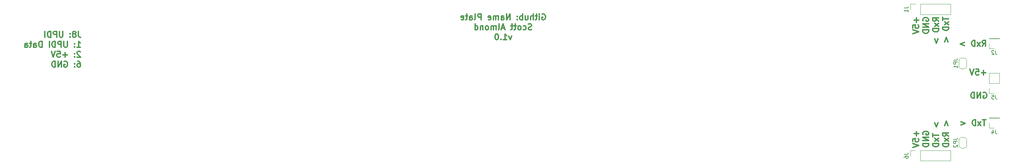
<source format=gbr>
G04 #@! TF.GenerationSoftware,KiCad,Pcbnew,(5.1.5)-3*
G04 #@! TF.CreationDate,2020-07-15T05:41:28-07:00*
G04 #@! TF.ProjectId,pcb,7063622e-6b69-4636-9164-5f7063625858,rev?*
G04 #@! TF.SameCoordinates,Original*
G04 #@! TF.FileFunction,Legend,Bot*
G04 #@! TF.FilePolarity,Positive*
%FSLAX46Y46*%
G04 Gerber Fmt 4.6, Leading zero omitted, Abs format (unit mm)*
G04 Created by KiCad (PCBNEW (5.1.5)-3) date 2020-07-15 05:41:28*
%MOMM*%
%LPD*%
G04 APERTURE LIST*
%ADD10C,0.300000*%
%ADD11C,0.120000*%
%ADD12C,0.150000*%
G04 APERTURE END LIST*
D10*
X257775142Y-108874714D02*
X257775142Y-110017571D01*
X258346571Y-109446142D02*
X257203714Y-109446142D01*
X256846571Y-111446142D02*
X256846571Y-110731857D01*
X257560857Y-110660428D01*
X257489428Y-110731857D01*
X257418000Y-110874714D01*
X257418000Y-111231857D01*
X257489428Y-111374714D01*
X257560857Y-111446142D01*
X257703714Y-111517571D01*
X258060857Y-111517571D01*
X258203714Y-111446142D01*
X258275142Y-111374714D01*
X258346571Y-111231857D01*
X258346571Y-110874714D01*
X258275142Y-110731857D01*
X258203714Y-110660428D01*
X256846571Y-111946142D02*
X258346571Y-112446142D01*
X256846571Y-112946142D01*
X259468000Y-109660428D02*
X259396571Y-109517571D01*
X259396571Y-109303285D01*
X259468000Y-109089000D01*
X259610857Y-108946142D01*
X259753714Y-108874714D01*
X260039428Y-108803285D01*
X260253714Y-108803285D01*
X260539428Y-108874714D01*
X260682285Y-108946142D01*
X260825142Y-109089000D01*
X260896571Y-109303285D01*
X260896571Y-109446142D01*
X260825142Y-109660428D01*
X260753714Y-109731857D01*
X260253714Y-109731857D01*
X260253714Y-109446142D01*
X260896571Y-110374714D02*
X259396571Y-110374714D01*
X260896571Y-111231857D01*
X259396571Y-111231857D01*
X260896571Y-111946142D02*
X259396571Y-111946142D01*
X259396571Y-112303285D01*
X259468000Y-112517571D01*
X259610857Y-112660428D01*
X259753714Y-112731857D01*
X260039428Y-112803285D01*
X260253714Y-112803285D01*
X260539428Y-112731857D01*
X260682285Y-112660428D01*
X260825142Y-112517571D01*
X260896571Y-112303285D01*
X260896571Y-111946142D01*
X262446571Y-106589000D02*
X262875142Y-107731857D01*
X263303714Y-106589000D01*
X261946571Y-109374714D02*
X261946571Y-110231857D01*
X263446571Y-109803285D02*
X261946571Y-109803285D01*
X263446571Y-110589000D02*
X262446571Y-111374714D01*
X262446571Y-110589000D02*
X263446571Y-111374714D01*
X263446571Y-111946142D02*
X261946571Y-111946142D01*
X261946571Y-112303285D01*
X262018000Y-112517571D01*
X262160857Y-112660428D01*
X262303714Y-112731857D01*
X262589428Y-112803285D01*
X262803714Y-112803285D01*
X263089428Y-112731857D01*
X263232285Y-112660428D01*
X263375142Y-112517571D01*
X263446571Y-112303285D01*
X263446571Y-111946142D01*
X264996571Y-107374714D02*
X265425142Y-106231857D01*
X265853714Y-107374714D01*
X265996571Y-110089000D02*
X265282285Y-109589000D01*
X265996571Y-109231857D02*
X264496571Y-109231857D01*
X264496571Y-109803285D01*
X264568000Y-109946142D01*
X264639428Y-110017571D01*
X264782285Y-110089000D01*
X264996571Y-110089000D01*
X265139428Y-110017571D01*
X265210857Y-109946142D01*
X265282285Y-109803285D01*
X265282285Y-109231857D01*
X265996571Y-110589000D02*
X264996571Y-111374714D01*
X264996571Y-110589000D02*
X265996571Y-111374714D01*
X265996571Y-111946142D02*
X264496571Y-111946142D01*
X264496571Y-112303285D01*
X264568000Y-112517571D01*
X264710857Y-112660428D01*
X264853714Y-112731857D01*
X265139428Y-112803285D01*
X265353714Y-112803285D01*
X265639428Y-112731857D01*
X265782285Y-112660428D01*
X265925142Y-112517571D01*
X265996571Y-112303285D01*
X265996571Y-111946142D01*
X257775142Y-79800142D02*
X257775142Y-80943000D01*
X258346571Y-80371571D02*
X257203714Y-80371571D01*
X256846571Y-82371571D02*
X256846571Y-81657285D01*
X257560857Y-81585857D01*
X257489428Y-81657285D01*
X257418000Y-81800142D01*
X257418000Y-82157285D01*
X257489428Y-82300142D01*
X257560857Y-82371571D01*
X257703714Y-82443000D01*
X258060857Y-82443000D01*
X258203714Y-82371571D01*
X258275142Y-82300142D01*
X258346571Y-82157285D01*
X258346571Y-81800142D01*
X258275142Y-81657285D01*
X258203714Y-81585857D01*
X256846571Y-82871571D02*
X258346571Y-83371571D01*
X256846571Y-83871571D01*
X259468000Y-80585857D02*
X259396571Y-80443000D01*
X259396571Y-80228714D01*
X259468000Y-80014428D01*
X259610857Y-79871571D01*
X259753714Y-79800142D01*
X260039428Y-79728714D01*
X260253714Y-79728714D01*
X260539428Y-79800142D01*
X260682285Y-79871571D01*
X260825142Y-80014428D01*
X260896571Y-80228714D01*
X260896571Y-80371571D01*
X260825142Y-80585857D01*
X260753714Y-80657285D01*
X260253714Y-80657285D01*
X260253714Y-80371571D01*
X260896571Y-81300142D02*
X259396571Y-81300142D01*
X260896571Y-82157285D01*
X259396571Y-82157285D01*
X260896571Y-82871571D02*
X259396571Y-82871571D01*
X259396571Y-83228714D01*
X259468000Y-83443000D01*
X259610857Y-83585857D01*
X259753714Y-83657285D01*
X260039428Y-83728714D01*
X260253714Y-83728714D01*
X260539428Y-83657285D01*
X260682285Y-83585857D01*
X260825142Y-83443000D01*
X260896571Y-83228714D01*
X260896571Y-82871571D01*
X263446571Y-80657285D02*
X262732285Y-80157285D01*
X263446571Y-79800142D02*
X261946571Y-79800142D01*
X261946571Y-80371571D01*
X262018000Y-80514428D01*
X262089428Y-80585857D01*
X262232285Y-80657285D01*
X262446571Y-80657285D01*
X262589428Y-80585857D01*
X262660857Y-80514428D01*
X262732285Y-80371571D01*
X262732285Y-79800142D01*
X263446571Y-81157285D02*
X262446571Y-81943000D01*
X262446571Y-81157285D02*
X263446571Y-81943000D01*
X263446571Y-82514428D02*
X261946571Y-82514428D01*
X261946571Y-82871571D01*
X262018000Y-83085857D01*
X262160857Y-83228714D01*
X262303714Y-83300142D01*
X262589428Y-83371571D01*
X262803714Y-83371571D01*
X263089428Y-83300142D01*
X263232285Y-83228714D01*
X263375142Y-83085857D01*
X263446571Y-82871571D01*
X263446571Y-82514428D01*
X262446571Y-85157285D02*
X262875142Y-86300142D01*
X263303714Y-85157285D01*
X264496571Y-79585857D02*
X264496571Y-80443000D01*
X265996571Y-80014428D02*
X264496571Y-80014428D01*
X265996571Y-80800142D02*
X264996571Y-81585857D01*
X264996571Y-80800142D02*
X265996571Y-81585857D01*
X265996571Y-82157285D02*
X264496571Y-82157285D01*
X264496571Y-82514428D01*
X264568000Y-82728714D01*
X264710857Y-82871571D01*
X264853714Y-82943000D01*
X265139428Y-83014428D01*
X265353714Y-83014428D01*
X265639428Y-82943000D01*
X265782285Y-82871571D01*
X265925142Y-82728714D01*
X265996571Y-82514428D01*
X265996571Y-82157285D01*
X264996571Y-85943000D02*
X265425142Y-84800142D01*
X265853714Y-85943000D01*
X44104285Y-83237571D02*
X44104285Y-84309000D01*
X44175714Y-84523285D01*
X44318571Y-84666142D01*
X44532857Y-84737571D01*
X44675714Y-84737571D01*
X43175714Y-83880428D02*
X43318571Y-83809000D01*
X43390000Y-83737571D01*
X43461428Y-83594714D01*
X43461428Y-83523285D01*
X43390000Y-83380428D01*
X43318571Y-83309000D01*
X43175714Y-83237571D01*
X42890000Y-83237571D01*
X42747142Y-83309000D01*
X42675714Y-83380428D01*
X42604285Y-83523285D01*
X42604285Y-83594714D01*
X42675714Y-83737571D01*
X42747142Y-83809000D01*
X42890000Y-83880428D01*
X43175714Y-83880428D01*
X43318571Y-83951857D01*
X43390000Y-84023285D01*
X43461428Y-84166142D01*
X43461428Y-84451857D01*
X43390000Y-84594714D01*
X43318571Y-84666142D01*
X43175714Y-84737571D01*
X42890000Y-84737571D01*
X42747142Y-84666142D01*
X42675714Y-84594714D01*
X42604285Y-84451857D01*
X42604285Y-84166142D01*
X42675714Y-84023285D01*
X42747142Y-83951857D01*
X42890000Y-83880428D01*
X41961428Y-84594714D02*
X41890000Y-84666142D01*
X41961428Y-84737571D01*
X42032857Y-84666142D01*
X41961428Y-84594714D01*
X41961428Y-84737571D01*
X41961428Y-83809000D02*
X41890000Y-83880428D01*
X41961428Y-83951857D01*
X42032857Y-83880428D01*
X41961428Y-83809000D01*
X41961428Y-83951857D01*
X40104285Y-83237571D02*
X40104285Y-84451857D01*
X40032857Y-84594714D01*
X39961428Y-84666142D01*
X39818571Y-84737571D01*
X39532857Y-84737571D01*
X39390000Y-84666142D01*
X39318571Y-84594714D01*
X39247142Y-84451857D01*
X39247142Y-83237571D01*
X38532857Y-84737571D02*
X38532857Y-83237571D01*
X37961428Y-83237571D01*
X37818571Y-83309000D01*
X37747142Y-83380428D01*
X37675714Y-83523285D01*
X37675714Y-83737571D01*
X37747142Y-83880428D01*
X37818571Y-83951857D01*
X37961428Y-84023285D01*
X38532857Y-84023285D01*
X37032857Y-84737571D02*
X37032857Y-83237571D01*
X36675714Y-83237571D01*
X36461428Y-83309000D01*
X36318571Y-83451857D01*
X36247142Y-83594714D01*
X36175714Y-83880428D01*
X36175714Y-84094714D01*
X36247142Y-84380428D01*
X36318571Y-84523285D01*
X36461428Y-84666142D01*
X36675714Y-84737571D01*
X37032857Y-84737571D01*
X35532857Y-84737571D02*
X35532857Y-83237571D01*
X43747142Y-87287571D02*
X44604285Y-87287571D01*
X44175714Y-87287571D02*
X44175714Y-85787571D01*
X44318571Y-86001857D01*
X44461428Y-86144714D01*
X44604285Y-86216142D01*
X43104285Y-87144714D02*
X43032857Y-87216142D01*
X43104285Y-87287571D01*
X43175714Y-87216142D01*
X43104285Y-87144714D01*
X43104285Y-87287571D01*
X43104285Y-86359000D02*
X43032857Y-86430428D01*
X43104285Y-86501857D01*
X43175714Y-86430428D01*
X43104285Y-86359000D01*
X43104285Y-86501857D01*
X41247142Y-85787571D02*
X41247142Y-87001857D01*
X41175714Y-87144714D01*
X41104285Y-87216142D01*
X40961428Y-87287571D01*
X40675714Y-87287571D01*
X40532857Y-87216142D01*
X40461428Y-87144714D01*
X40390000Y-87001857D01*
X40390000Y-85787571D01*
X39675714Y-87287571D02*
X39675714Y-85787571D01*
X39104285Y-85787571D01*
X38961428Y-85859000D01*
X38890000Y-85930428D01*
X38818571Y-86073285D01*
X38818571Y-86287571D01*
X38890000Y-86430428D01*
X38961428Y-86501857D01*
X39104285Y-86573285D01*
X39675714Y-86573285D01*
X38175714Y-87287571D02*
X38175714Y-85787571D01*
X37818571Y-85787571D01*
X37604285Y-85859000D01*
X37461428Y-86001857D01*
X37390000Y-86144714D01*
X37318571Y-86430428D01*
X37318571Y-86644714D01*
X37390000Y-86930428D01*
X37461428Y-87073285D01*
X37604285Y-87216142D01*
X37818571Y-87287571D01*
X38175714Y-87287571D01*
X36675714Y-87287571D02*
X36675714Y-85787571D01*
X34818571Y-87287571D02*
X34818571Y-85787571D01*
X34461428Y-85787571D01*
X34247142Y-85859000D01*
X34104285Y-86001857D01*
X34032857Y-86144714D01*
X33961428Y-86430428D01*
X33961428Y-86644714D01*
X34032857Y-86930428D01*
X34104285Y-87073285D01*
X34247142Y-87216142D01*
X34461428Y-87287571D01*
X34818571Y-87287571D01*
X32675714Y-87287571D02*
X32675714Y-86501857D01*
X32747142Y-86359000D01*
X32890000Y-86287571D01*
X33175714Y-86287571D01*
X33318571Y-86359000D01*
X32675714Y-87216142D02*
X32818571Y-87287571D01*
X33175714Y-87287571D01*
X33318571Y-87216142D01*
X33390000Y-87073285D01*
X33390000Y-86930428D01*
X33318571Y-86787571D01*
X33175714Y-86716142D01*
X32818571Y-86716142D01*
X32675714Y-86644714D01*
X32175714Y-86287571D02*
X31604285Y-86287571D01*
X31961428Y-85787571D02*
X31961428Y-87073285D01*
X31890000Y-87216142D01*
X31747142Y-87287571D01*
X31604285Y-87287571D01*
X30461428Y-87287571D02*
X30461428Y-86501857D01*
X30532857Y-86359000D01*
X30675714Y-86287571D01*
X30961428Y-86287571D01*
X31104285Y-86359000D01*
X30461428Y-87216142D02*
X30604285Y-87287571D01*
X30961428Y-87287571D01*
X31104285Y-87216142D01*
X31175714Y-87073285D01*
X31175714Y-86930428D01*
X31104285Y-86787571D01*
X30961428Y-86716142D01*
X30604285Y-86716142D01*
X30461428Y-86644714D01*
X44604285Y-88480428D02*
X44532857Y-88409000D01*
X44390000Y-88337571D01*
X44032857Y-88337571D01*
X43890000Y-88409000D01*
X43818571Y-88480428D01*
X43747142Y-88623285D01*
X43747142Y-88766142D01*
X43818571Y-88980428D01*
X44675714Y-89837571D01*
X43747142Y-89837571D01*
X43104285Y-89694714D02*
X43032857Y-89766142D01*
X43104285Y-89837571D01*
X43175714Y-89766142D01*
X43104285Y-89694714D01*
X43104285Y-89837571D01*
X43104285Y-88909000D02*
X43032857Y-88980428D01*
X43104285Y-89051857D01*
X43175714Y-88980428D01*
X43104285Y-88909000D01*
X43104285Y-89051857D01*
X41247142Y-89266142D02*
X40104285Y-89266142D01*
X40675714Y-89837571D02*
X40675714Y-88694714D01*
X38675714Y-88337571D02*
X39390000Y-88337571D01*
X39461428Y-89051857D01*
X39390000Y-88980428D01*
X39247142Y-88909000D01*
X38890000Y-88909000D01*
X38747142Y-88980428D01*
X38675714Y-89051857D01*
X38604285Y-89194714D01*
X38604285Y-89551857D01*
X38675714Y-89694714D01*
X38747142Y-89766142D01*
X38890000Y-89837571D01*
X39247142Y-89837571D01*
X39390000Y-89766142D01*
X39461428Y-89694714D01*
X38175714Y-88337571D02*
X37675714Y-89837571D01*
X37175714Y-88337571D01*
X43890000Y-90887571D02*
X44175714Y-90887571D01*
X44318571Y-90959000D01*
X44390000Y-91030428D01*
X44532857Y-91244714D01*
X44604285Y-91530428D01*
X44604285Y-92101857D01*
X44532857Y-92244714D01*
X44461428Y-92316142D01*
X44318571Y-92387571D01*
X44032857Y-92387571D01*
X43890000Y-92316142D01*
X43818571Y-92244714D01*
X43747142Y-92101857D01*
X43747142Y-91744714D01*
X43818571Y-91601857D01*
X43890000Y-91530428D01*
X44032857Y-91459000D01*
X44318571Y-91459000D01*
X44461428Y-91530428D01*
X44532857Y-91601857D01*
X44604285Y-91744714D01*
X43104285Y-92244714D02*
X43032857Y-92316142D01*
X43104285Y-92387571D01*
X43175714Y-92316142D01*
X43104285Y-92244714D01*
X43104285Y-92387571D01*
X43104285Y-91459000D02*
X43032857Y-91530428D01*
X43104285Y-91601857D01*
X43175714Y-91530428D01*
X43104285Y-91459000D01*
X43104285Y-91601857D01*
X40461428Y-90959000D02*
X40604285Y-90887571D01*
X40818571Y-90887571D01*
X41032857Y-90959000D01*
X41175714Y-91101857D01*
X41247142Y-91244714D01*
X41318571Y-91530428D01*
X41318571Y-91744714D01*
X41247142Y-92030428D01*
X41175714Y-92173285D01*
X41032857Y-92316142D01*
X40818571Y-92387571D01*
X40675714Y-92387571D01*
X40461428Y-92316142D01*
X40390000Y-92244714D01*
X40390000Y-91744714D01*
X40675714Y-91744714D01*
X39747142Y-92387571D02*
X39747142Y-90887571D01*
X38890000Y-92387571D01*
X38890000Y-90887571D01*
X38175714Y-92387571D02*
X38175714Y-90887571D01*
X37818571Y-90887571D01*
X37604285Y-90959000D01*
X37461428Y-91101857D01*
X37390000Y-91244714D01*
X37318571Y-91530428D01*
X37318571Y-91744714D01*
X37390000Y-92030428D01*
X37461428Y-92173285D01*
X37604285Y-92316142D01*
X37818571Y-92387571D01*
X38175714Y-92387571D01*
X274827857Y-98945000D02*
X274970714Y-98873571D01*
X275185000Y-98873571D01*
X275399285Y-98945000D01*
X275542142Y-99087857D01*
X275613571Y-99230714D01*
X275685000Y-99516428D01*
X275685000Y-99730714D01*
X275613571Y-100016428D01*
X275542142Y-100159285D01*
X275399285Y-100302142D01*
X275185000Y-100373571D01*
X275042142Y-100373571D01*
X274827857Y-100302142D01*
X274756428Y-100230714D01*
X274756428Y-99730714D01*
X275042142Y-99730714D01*
X274113571Y-100373571D02*
X274113571Y-98873571D01*
X273256428Y-100373571D01*
X273256428Y-98873571D01*
X272542142Y-100373571D02*
X272542142Y-98873571D01*
X272185000Y-98873571D01*
X271970714Y-98945000D01*
X271827857Y-99087857D01*
X271756428Y-99230714D01*
X271685000Y-99516428D01*
X271685000Y-99730714D01*
X271756428Y-100016428D01*
X271827857Y-100159285D01*
X271970714Y-100302142D01*
X272185000Y-100373571D01*
X272542142Y-100373571D01*
X275486571Y-93833142D02*
X274343714Y-93833142D01*
X274915142Y-94404571D02*
X274915142Y-93261714D01*
X272915142Y-92904571D02*
X273629428Y-92904571D01*
X273700857Y-93618857D01*
X273629428Y-93547428D01*
X273486571Y-93476000D01*
X273129428Y-93476000D01*
X272986571Y-93547428D01*
X272915142Y-93618857D01*
X272843714Y-93761714D01*
X272843714Y-94118857D01*
X272915142Y-94261714D01*
X272986571Y-94333142D01*
X273129428Y-94404571D01*
X273486571Y-94404571D01*
X273629428Y-94333142D01*
X273700857Y-94261714D01*
X272415142Y-92904571D02*
X271915142Y-94404571D01*
X271415142Y-92904571D01*
X275446714Y-105858571D02*
X274589571Y-105858571D01*
X275018142Y-107358571D02*
X275018142Y-105858571D01*
X274232428Y-107358571D02*
X273446714Y-106358571D01*
X274232428Y-106358571D02*
X273446714Y-107358571D01*
X272875285Y-107358571D02*
X272875285Y-105858571D01*
X272518142Y-105858571D01*
X272303857Y-105930000D01*
X272161000Y-106072857D01*
X272089571Y-106215714D01*
X272018142Y-106501428D01*
X272018142Y-106715714D01*
X272089571Y-107001428D01*
X272161000Y-107144285D01*
X272303857Y-107287142D01*
X272518142Y-107358571D01*
X272875285Y-107358571D01*
X269089571Y-106358571D02*
X270232428Y-106787142D01*
X269089571Y-107215714D01*
X274553857Y-87038571D02*
X275053857Y-86324285D01*
X275411000Y-87038571D02*
X275411000Y-85538571D01*
X274839571Y-85538571D01*
X274696714Y-85610000D01*
X274625285Y-85681428D01*
X274553857Y-85824285D01*
X274553857Y-86038571D01*
X274625285Y-86181428D01*
X274696714Y-86252857D01*
X274839571Y-86324285D01*
X275411000Y-86324285D01*
X274053857Y-87038571D02*
X273268142Y-86038571D01*
X274053857Y-86038571D02*
X273268142Y-87038571D01*
X272696714Y-87038571D02*
X272696714Y-85538571D01*
X272339571Y-85538571D01*
X272125285Y-85610000D01*
X271982428Y-85752857D01*
X271911000Y-85895714D01*
X271839571Y-86181428D01*
X271839571Y-86395714D01*
X271911000Y-86681428D01*
X271982428Y-86824285D01*
X272125285Y-86967142D01*
X272339571Y-87038571D01*
X272696714Y-87038571D01*
X270053857Y-86038571D02*
X268911000Y-86467142D01*
X270053857Y-86895714D01*
X162328571Y-78869000D02*
X162471428Y-78797571D01*
X162685714Y-78797571D01*
X162900000Y-78869000D01*
X163042857Y-79011857D01*
X163114285Y-79154714D01*
X163185714Y-79440428D01*
X163185714Y-79654714D01*
X163114285Y-79940428D01*
X163042857Y-80083285D01*
X162900000Y-80226142D01*
X162685714Y-80297571D01*
X162542857Y-80297571D01*
X162328571Y-80226142D01*
X162257142Y-80154714D01*
X162257142Y-79654714D01*
X162542857Y-79654714D01*
X161614285Y-80297571D02*
X161614285Y-79297571D01*
X161614285Y-78797571D02*
X161685714Y-78869000D01*
X161614285Y-78940428D01*
X161542857Y-78869000D01*
X161614285Y-78797571D01*
X161614285Y-78940428D01*
X161114285Y-79297571D02*
X160542857Y-79297571D01*
X160900000Y-78797571D02*
X160900000Y-80083285D01*
X160828571Y-80226142D01*
X160685714Y-80297571D01*
X160542857Y-80297571D01*
X160042857Y-80297571D02*
X160042857Y-78797571D01*
X159400000Y-80297571D02*
X159400000Y-79511857D01*
X159471428Y-79369000D01*
X159614285Y-79297571D01*
X159828571Y-79297571D01*
X159971428Y-79369000D01*
X160042857Y-79440428D01*
X158042857Y-79297571D02*
X158042857Y-80297571D01*
X158685714Y-79297571D02*
X158685714Y-80083285D01*
X158614285Y-80226142D01*
X158471428Y-80297571D01*
X158257142Y-80297571D01*
X158114285Y-80226142D01*
X158042857Y-80154714D01*
X157328571Y-80297571D02*
X157328571Y-78797571D01*
X157328571Y-79369000D02*
X157185714Y-79297571D01*
X156900000Y-79297571D01*
X156757142Y-79369000D01*
X156685714Y-79440428D01*
X156614285Y-79583285D01*
X156614285Y-80011857D01*
X156685714Y-80154714D01*
X156757142Y-80226142D01*
X156900000Y-80297571D01*
X157185714Y-80297571D01*
X157328571Y-80226142D01*
X155971428Y-80154714D02*
X155900000Y-80226142D01*
X155971428Y-80297571D01*
X156042857Y-80226142D01*
X155971428Y-80154714D01*
X155971428Y-80297571D01*
X155971428Y-79369000D02*
X155900000Y-79440428D01*
X155971428Y-79511857D01*
X156042857Y-79440428D01*
X155971428Y-79369000D01*
X155971428Y-79511857D01*
X154114285Y-80297571D02*
X154114285Y-78797571D01*
X153257142Y-80297571D01*
X153257142Y-78797571D01*
X151900000Y-80297571D02*
X151900000Y-79511857D01*
X151971428Y-79369000D01*
X152114285Y-79297571D01*
X152400000Y-79297571D01*
X152542857Y-79369000D01*
X151900000Y-80226142D02*
X152042857Y-80297571D01*
X152400000Y-80297571D01*
X152542857Y-80226142D01*
X152614285Y-80083285D01*
X152614285Y-79940428D01*
X152542857Y-79797571D01*
X152400000Y-79726142D01*
X152042857Y-79726142D01*
X151900000Y-79654714D01*
X151185714Y-80297571D02*
X151185714Y-79297571D01*
X151185714Y-79440428D02*
X151114285Y-79369000D01*
X150971428Y-79297571D01*
X150757142Y-79297571D01*
X150614285Y-79369000D01*
X150542857Y-79511857D01*
X150542857Y-80297571D01*
X150542857Y-79511857D02*
X150471428Y-79369000D01*
X150328571Y-79297571D01*
X150114285Y-79297571D01*
X149971428Y-79369000D01*
X149900000Y-79511857D01*
X149900000Y-80297571D01*
X148614285Y-80226142D02*
X148757142Y-80297571D01*
X149042857Y-80297571D01*
X149185714Y-80226142D01*
X149257142Y-80083285D01*
X149257142Y-79511857D01*
X149185714Y-79369000D01*
X149042857Y-79297571D01*
X148757142Y-79297571D01*
X148614285Y-79369000D01*
X148542857Y-79511857D01*
X148542857Y-79654714D01*
X149257142Y-79797571D01*
X146757142Y-80297571D02*
X146757142Y-78797571D01*
X146185714Y-78797571D01*
X146042857Y-78869000D01*
X145971428Y-78940428D01*
X145900000Y-79083285D01*
X145900000Y-79297571D01*
X145971428Y-79440428D01*
X146042857Y-79511857D01*
X146185714Y-79583285D01*
X146757142Y-79583285D01*
X145042857Y-80297571D02*
X145185714Y-80226142D01*
X145257142Y-80083285D01*
X145257142Y-78797571D01*
X143828571Y-80297571D02*
X143828571Y-79511857D01*
X143900000Y-79369000D01*
X144042857Y-79297571D01*
X144328571Y-79297571D01*
X144471428Y-79369000D01*
X143828571Y-80226142D02*
X143971428Y-80297571D01*
X144328571Y-80297571D01*
X144471428Y-80226142D01*
X144542857Y-80083285D01*
X144542857Y-79940428D01*
X144471428Y-79797571D01*
X144328571Y-79726142D01*
X143971428Y-79726142D01*
X143828571Y-79654714D01*
X143328571Y-79297571D02*
X142757142Y-79297571D01*
X143114285Y-78797571D02*
X143114285Y-80083285D01*
X143042857Y-80226142D01*
X142900000Y-80297571D01*
X142757142Y-80297571D01*
X141685714Y-80226142D02*
X141828571Y-80297571D01*
X142114285Y-80297571D01*
X142257142Y-80226142D01*
X142328571Y-80083285D01*
X142328571Y-79511857D01*
X142257142Y-79369000D01*
X142114285Y-79297571D01*
X141828571Y-79297571D01*
X141685714Y-79369000D01*
X141614285Y-79511857D01*
X141614285Y-79654714D01*
X142328571Y-79797571D01*
X159650000Y-82776142D02*
X159435714Y-82847571D01*
X159078571Y-82847571D01*
X158935714Y-82776142D01*
X158864285Y-82704714D01*
X158792857Y-82561857D01*
X158792857Y-82419000D01*
X158864285Y-82276142D01*
X158935714Y-82204714D01*
X159078571Y-82133285D01*
X159364285Y-82061857D01*
X159507142Y-81990428D01*
X159578571Y-81919000D01*
X159650000Y-81776142D01*
X159650000Y-81633285D01*
X159578571Y-81490428D01*
X159507142Y-81419000D01*
X159364285Y-81347571D01*
X159007142Y-81347571D01*
X158792857Y-81419000D01*
X157507142Y-82776142D02*
X157650000Y-82847571D01*
X157935714Y-82847571D01*
X158078571Y-82776142D01*
X158150000Y-82704714D01*
X158221428Y-82561857D01*
X158221428Y-82133285D01*
X158150000Y-81990428D01*
X158078571Y-81919000D01*
X157935714Y-81847571D01*
X157650000Y-81847571D01*
X157507142Y-81919000D01*
X156650000Y-82847571D02*
X156792857Y-82776142D01*
X156864285Y-82704714D01*
X156935714Y-82561857D01*
X156935714Y-82133285D01*
X156864285Y-81990428D01*
X156792857Y-81919000D01*
X156650000Y-81847571D01*
X156435714Y-81847571D01*
X156292857Y-81919000D01*
X156221428Y-81990428D01*
X156150000Y-82133285D01*
X156150000Y-82561857D01*
X156221428Y-82704714D01*
X156292857Y-82776142D01*
X156435714Y-82847571D01*
X156650000Y-82847571D01*
X155721428Y-81847571D02*
X155150000Y-81847571D01*
X155507142Y-81347571D02*
X155507142Y-82633285D01*
X155435714Y-82776142D01*
X155292857Y-82847571D01*
X155150000Y-82847571D01*
X154864285Y-81847571D02*
X154292857Y-81847571D01*
X154650000Y-81347571D02*
X154650000Y-82633285D01*
X154578571Y-82776142D01*
X154435714Y-82847571D01*
X154292857Y-82847571D01*
X152721428Y-82419000D02*
X152007142Y-82419000D01*
X152864285Y-82847571D02*
X152364285Y-81347571D01*
X151864285Y-82847571D01*
X151150000Y-82847571D02*
X151292857Y-82776142D01*
X151364285Y-82633285D01*
X151364285Y-81347571D01*
X150578571Y-82847571D02*
X150578571Y-81847571D01*
X150578571Y-81990428D02*
X150507142Y-81919000D01*
X150364285Y-81847571D01*
X150150000Y-81847571D01*
X150007142Y-81919000D01*
X149935714Y-82061857D01*
X149935714Y-82847571D01*
X149935714Y-82061857D02*
X149864285Y-81919000D01*
X149721428Y-81847571D01*
X149507142Y-81847571D01*
X149364285Y-81919000D01*
X149292857Y-82061857D01*
X149292857Y-82847571D01*
X148364285Y-82847571D02*
X148507142Y-82776142D01*
X148578571Y-82704714D01*
X148650000Y-82561857D01*
X148650000Y-82133285D01*
X148578571Y-81990428D01*
X148507142Y-81919000D01*
X148364285Y-81847571D01*
X148150000Y-81847571D01*
X148007142Y-81919000D01*
X147935714Y-81990428D01*
X147864285Y-82133285D01*
X147864285Y-82561857D01*
X147935714Y-82704714D01*
X148007142Y-82776142D01*
X148150000Y-82847571D01*
X148364285Y-82847571D01*
X147221428Y-81847571D02*
X147221428Y-82847571D01*
X147221428Y-81990428D02*
X147150000Y-81919000D01*
X147007142Y-81847571D01*
X146792857Y-81847571D01*
X146650000Y-81919000D01*
X146578571Y-82061857D01*
X146578571Y-82847571D01*
X145221428Y-82847571D02*
X145221428Y-81347571D01*
X145221428Y-82776142D02*
X145364285Y-82847571D01*
X145650000Y-82847571D01*
X145792857Y-82776142D01*
X145864285Y-82704714D01*
X145935714Y-82561857D01*
X145935714Y-82133285D01*
X145864285Y-81990428D01*
X145792857Y-81919000D01*
X145650000Y-81847571D01*
X145364285Y-81847571D01*
X145221428Y-81919000D01*
X154542857Y-84397571D02*
X154185714Y-85397571D01*
X153828571Y-84397571D01*
X152471428Y-85397571D02*
X153328571Y-85397571D01*
X152900000Y-85397571D02*
X152900000Y-83897571D01*
X153042857Y-84111857D01*
X153185714Y-84254714D01*
X153328571Y-84326142D01*
X151828571Y-85254714D02*
X151757142Y-85326142D01*
X151828571Y-85397571D01*
X151900000Y-85326142D01*
X151828571Y-85254714D01*
X151828571Y-85397571D01*
X150828571Y-83897571D02*
X150685714Y-83897571D01*
X150542857Y-83969000D01*
X150471428Y-84040428D01*
X150400000Y-84183285D01*
X150328571Y-84469000D01*
X150328571Y-84826142D01*
X150400000Y-85111857D01*
X150471428Y-85254714D01*
X150542857Y-85326142D01*
X150685714Y-85397571D01*
X150828571Y-85397571D01*
X150971428Y-85326142D01*
X151042857Y-85254714D01*
X151114285Y-85111857D01*
X151185714Y-84826142D01*
X151185714Y-84469000D01*
X151114285Y-84183285D01*
X151042857Y-84040428D01*
X150971428Y-83969000D01*
X150828571Y-83897571D01*
D11*
X276292000Y-99120000D02*
X277622000Y-99120000D01*
X276292000Y-97790000D02*
X276292000Y-99120000D01*
X276292000Y-96520000D02*
X278952000Y-96520000D01*
X278952000Y-96520000D02*
X278952000Y-93920000D01*
X276292000Y-96520000D02*
X276292000Y-93920000D01*
X276292000Y-93920000D02*
X278952000Y-93920000D01*
X276292000Y-108010000D02*
X277622000Y-108010000D01*
X276292000Y-106680000D02*
X276292000Y-108010000D01*
X276292000Y-105410000D02*
X278952000Y-105410000D01*
X278952000Y-105410000D02*
X278952000Y-105350000D01*
X276292000Y-105410000D02*
X276292000Y-105350000D01*
X276292000Y-105350000D02*
X278952000Y-105350000D01*
X276292000Y-85030000D02*
X278952000Y-85030000D01*
X276292000Y-85090000D02*
X276292000Y-85030000D01*
X278952000Y-85090000D02*
X278952000Y-85030000D01*
X276292000Y-85090000D02*
X278952000Y-85090000D01*
X276292000Y-86360000D02*
X276292000Y-87690000D01*
X276292000Y-87690000D02*
X277622000Y-87690000D01*
X268595600Y-111060000D02*
X268595600Y-112460000D01*
X269295600Y-113160000D02*
X269895600Y-113160000D01*
X270595600Y-112460000D02*
X270595600Y-111060000D01*
X269895600Y-110360000D02*
X269295600Y-110360000D01*
X269295600Y-110360000D02*
G75*
G03X268595600Y-111060000I0J-700000D01*
G01*
X270595600Y-111060000D02*
G75*
G03X269895600Y-110360000I-700000J0D01*
G01*
X269895600Y-113160000D02*
G75*
G03X270595600Y-112460000I0J700000D01*
G01*
X268595600Y-112460000D02*
G75*
G03X269295600Y-113160000I700000J0D01*
G01*
X268595600Y-90740000D02*
X268595600Y-92140000D01*
X269295600Y-92840000D02*
X269895600Y-92840000D01*
X270595600Y-92140000D02*
X270595600Y-90740000D01*
X269895600Y-90040000D02*
X269295600Y-90040000D01*
X269295600Y-90040000D02*
G75*
G03X268595600Y-90740000I0J-700000D01*
G01*
X270595600Y-90740000D02*
G75*
G03X269895600Y-90040000I-700000J0D01*
G01*
X269895600Y-92840000D02*
G75*
G03X270595600Y-92140000I0J700000D01*
G01*
X268595600Y-92140000D02*
G75*
G03X269295600Y-92840000I700000J0D01*
G01*
X256226000Y-113732000D02*
X256226000Y-115062000D01*
X257556000Y-113732000D02*
X256226000Y-113732000D01*
X258826000Y-113732000D02*
X258826000Y-116392000D01*
X258826000Y-116392000D02*
X266506000Y-116392000D01*
X258826000Y-113732000D02*
X266506000Y-113732000D01*
X266506000Y-113732000D02*
X266506000Y-116392000D01*
X256226000Y-76267000D02*
X256226000Y-77597000D01*
X257556000Y-76267000D02*
X256226000Y-76267000D01*
X258826000Y-76267000D02*
X258826000Y-78927000D01*
X258826000Y-78927000D02*
X266506000Y-78927000D01*
X258826000Y-76267000D02*
X266506000Y-76267000D01*
X266506000Y-76267000D02*
X266506000Y-78927000D01*
D12*
X277955333Y-99572380D02*
X277955333Y-100286666D01*
X278002952Y-100429523D01*
X278098190Y-100524761D01*
X278241047Y-100572380D01*
X278336285Y-100572380D01*
X277002952Y-99572380D02*
X277479142Y-99572380D01*
X277526761Y-100048571D01*
X277479142Y-100000952D01*
X277383904Y-99953333D01*
X277145809Y-99953333D01*
X277050571Y-100000952D01*
X277002952Y-100048571D01*
X276955333Y-100143809D01*
X276955333Y-100381904D01*
X277002952Y-100477142D01*
X277050571Y-100524761D01*
X277145809Y-100572380D01*
X277383904Y-100572380D01*
X277479142Y-100524761D01*
X277526761Y-100477142D01*
X277955333Y-108462380D02*
X277955333Y-109176666D01*
X278002952Y-109319523D01*
X278098190Y-109414761D01*
X278241047Y-109462380D01*
X278336285Y-109462380D01*
X277050571Y-108795714D02*
X277050571Y-109462380D01*
X277288666Y-108414761D02*
X277526761Y-109129047D01*
X276907714Y-109129047D01*
X277955333Y-88142380D02*
X277955333Y-88856666D01*
X278002952Y-88999523D01*
X278098190Y-89094761D01*
X278241047Y-89142380D01*
X278336285Y-89142380D01*
X277526761Y-88237619D02*
X277479142Y-88190000D01*
X277383904Y-88142380D01*
X277145809Y-88142380D01*
X277050571Y-88190000D01*
X277002952Y-88237619D01*
X276955333Y-88332857D01*
X276955333Y-88428095D01*
X277002952Y-88570952D01*
X277574380Y-89142380D01*
X276955333Y-89142380D01*
X267247980Y-110926666D02*
X267962266Y-110926666D01*
X268105123Y-110879047D01*
X268200361Y-110783809D01*
X268247980Y-110640952D01*
X268247980Y-110545714D01*
X268247980Y-111402857D02*
X267247980Y-111402857D01*
X267247980Y-111783809D01*
X267295600Y-111879047D01*
X267343219Y-111926666D01*
X267438457Y-111974285D01*
X267581314Y-111974285D01*
X267676552Y-111926666D01*
X267724171Y-111879047D01*
X267771790Y-111783809D01*
X267771790Y-111402857D01*
X267343219Y-112355238D02*
X267295600Y-112402857D01*
X267247980Y-112498095D01*
X267247980Y-112736190D01*
X267295600Y-112831428D01*
X267343219Y-112879047D01*
X267438457Y-112926666D01*
X267533695Y-112926666D01*
X267676552Y-112879047D01*
X268247980Y-112307619D01*
X268247980Y-112926666D01*
X267247980Y-90606666D02*
X267962266Y-90606666D01*
X268105123Y-90559047D01*
X268200361Y-90463809D01*
X268247980Y-90320952D01*
X268247980Y-90225714D01*
X268247980Y-91082857D02*
X267247980Y-91082857D01*
X267247980Y-91463809D01*
X267295600Y-91559047D01*
X267343219Y-91606666D01*
X267438457Y-91654285D01*
X267581314Y-91654285D01*
X267676552Y-91606666D01*
X267724171Y-91559047D01*
X267771790Y-91463809D01*
X267771790Y-91082857D01*
X268247980Y-92606666D02*
X268247980Y-92035238D01*
X268247980Y-92320952D02*
X267247980Y-92320952D01*
X267390838Y-92225714D01*
X267486076Y-92130476D01*
X267533695Y-92035238D01*
X254678380Y-114728666D02*
X255392666Y-114728666D01*
X255535523Y-114681047D01*
X255630761Y-114585809D01*
X255678380Y-114442952D01*
X255678380Y-114347714D01*
X254678380Y-115633428D02*
X254678380Y-115442952D01*
X254726000Y-115347714D01*
X254773619Y-115300095D01*
X254916476Y-115204857D01*
X255106952Y-115157238D01*
X255487904Y-115157238D01*
X255583142Y-115204857D01*
X255630761Y-115252476D01*
X255678380Y-115347714D01*
X255678380Y-115538190D01*
X255630761Y-115633428D01*
X255583142Y-115681047D01*
X255487904Y-115728666D01*
X255249809Y-115728666D01*
X255154571Y-115681047D01*
X255106952Y-115633428D01*
X255059333Y-115538190D01*
X255059333Y-115347714D01*
X255106952Y-115252476D01*
X255154571Y-115204857D01*
X255249809Y-115157238D01*
X254678380Y-77263666D02*
X255392666Y-77263666D01*
X255535523Y-77216047D01*
X255630761Y-77120809D01*
X255678380Y-76977952D01*
X255678380Y-76882714D01*
X255678380Y-78263666D02*
X255678380Y-77692238D01*
X255678380Y-77977952D02*
X254678380Y-77977952D01*
X254821238Y-77882714D01*
X254916476Y-77787476D01*
X254964095Y-77692238D01*
M02*

</source>
